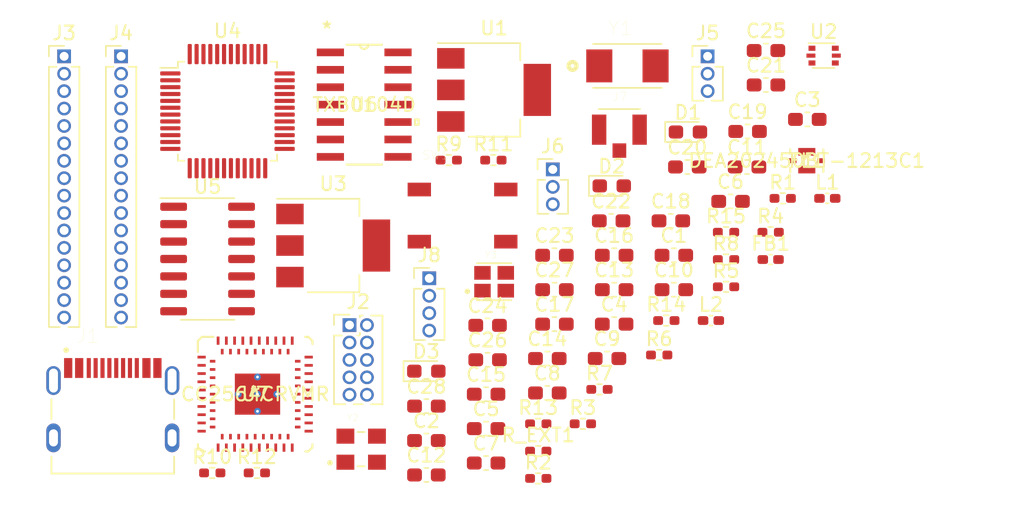
<source format=kicad_pcb>
(kicad_pcb (version 20171130) (host pcbnew "(5.1.8-0-10_14)")
  (layers (0 F.Cu signal) (31 B.Cu signal) (34 B.Paste user) (35 F.Paste user) (36 B.SilkS user) (37 F.SilkS user) (38 B.Mask user) (39 F.Mask user) (44 Edge.Cuts user))
  (net 0 "")
  (net 1 GND)
  (net 2 VDD_3V3)
  (net 3 VDD_1V8)
  (net 4 "Net-(C18-Pad2)")
  (net 5 "Net-(D2-Pad2)")
  (net 6 "Net-(D3-Pad2)")
  (net 7 VCC_USB)
  (net 8 "Net-(J1-PadB5)")
  (net 9 "Net-(J1-PadA8)")
  (net 10 "Net-(J1-PadB8)")
  (net 11 "Net-(J1-PadA5)")
  (net 12 "Net-(J2-Pad10)")
  (net 13 "Net-(J2-Pad8)")
  (net 14 "Net-(J2-Pad7)")
  (net 15 TRACESWO)
  (net 16 SWCLK)
  (net 17 SWDIO)
  (net 18 BOOT1)
  (net 19 BOOT0)
  (net 20 PB15)
  (net 21 PB14)
  (net 22 PB13)
  (net 23 PB12)
  (net 24 PB11)
  (net 25 PB10)
  (net 26 PB9)
  (net 27 PB8)
  (net 28 PB7)
  (net 29 PB6)
  (net 30 PB5)
  (net 31 PB4)
  (net 32 PB1)
  (net 33 PA15)
  (net 34 PA10)
  (net 35 PA9)
  (net 36 PA8)
  (net 37 PA7)
  (net 38 PA6)
  (net 39 PA5)
  (net 40 PA4)
  (net 41 USART2_RX)
  (net 42 USART2_TX)
  (net 43 USART2_RTS)
  (net 44 USART2_CTS)
  (net 45 SWD_NRST)
  (net 46 "Net-(R_EXT1-Pad1)")
  (net 47 USART2_RX_1V8)
  (net 48 USART2_CTS_1V8)
  (net 49 USART2_RTS_1V8)
  (net 50 USART2_TX_1V8)
  (net 51 "Net-(U5-Pad9)")
  (net 52 "Net-(R11-Pad2)")
  (net 53 "Net-(U5-Pad6)")
  (net 54 VDDA_3V3)
  (net 55 "Net-(C22-Pad2)")
  (net 56 VDD_1V8_32K)
  (net 57 "Net-(C28-Pad2)")
  (net 58 USB_CONN_D+)
  (net 59 USB_CONN_D-)
  (net 60 USB_D+)
  (net 61 USB_D-)
  (net 62 BT_SLOW_CLK)
  (net 63 BT_TX_DBG)
  (net 64 NSHUTDOWN_1V8)
  (net 65 "Net-(R14-Pad2)")
  (net 66 "Net-(AE1-Pad1)")
  (net 67 NSHUTDOWN)
  (net 68 "Net-(C19-Pad2)")
  (net 69 "Net-(C20-Pad1)")
  (net 70 "Net-(C21-Pad1)")
  (net 71 "Net-(C22-Pad1)")
  (net 72 "Net-(D1-Pad2)")
  (net 73 "Net-(J7-Pad1)")
  (net 74 "Net-(R7-Pad2)")
  (net 75 "Net-(R8-Pad2)")
  (net 76 "Net-(R10-Pad1)")
  (net 77 "Net-(R15-Pad2)")
  (net 78 "Net-(U4-Pad4)")
  (net 79 "Net-(U4-Pad3)")
  (net 80 "Net-(U4-Pad2)")
  (net 81 "Net-(U5-Pad12)")
  (net 82 "Net-(U5-Pad11)")
  (net 83 "Net-(U5-Pad10)")
  (net 84 "Net-(U5-Pad5)")
  (net 85 "Net-(U5-Pad4)")
  (net 86 "Net-(U5-Pad3)")
  (net 87 "Net-(U6-Pad9)")
  (net 88 "Net-(U6-Pad6)")
  (net 89 "Net-(U7-PadA2)")
  (net 90 "Net-(U7-PadB34)")
  (net 91 "Net-(U7-PadB33)")
  (net 92 "Net-(U7-PadB32)")
  (net 93 "Net-(U7-PadB31)")
  (net 94 "Net-(U7-PadB30)")
  (net 95 "Net-(U7-PadB29)")
  (net 96 "Net-(U7-PadB28)")
  (net 97 "Net-(U7-PadB23)")
  (net 98 "Net-(U7-PadB20)")
  (net 99 "Net-(U7-PadB17)")
  (net 100 "Net-(U7-PadB16)")
  (net 101 "Net-(U7-PadB14)")
  (net 102 "Net-(U7-PadB13)")
  (net 103 "Net-(U7-PadB12)")
  (net 104 "Net-(U7-PadB10)")
  (net 105 "Net-(U7-PadA5)")
  (net 106 "Net-(U7-PadB5)")
  (net 107 "Net-(U7-PadB1)")
  (net 108 "Net-(U7-PadA40)")
  (net 109 "Net-(U7-PadA39)")
  (net 110 "Net-(U7-PadA37)")
  (net 111 "Net-(U7-PadA36)")
  (net 112 "Net-(U7-PadA35)")
  (net 113 "Net-(U7-PadA31)")
  (net 114 "Net-(U7-PadA30)")
  (net 115 "Net-(U7-PadA27)")
  (net 116 "Net-(U7-PadA23)")
  (net 117 "Net-(U7-PadA22)")
  (net 118 "Net-(U7-PadA21)")
  (net 119 "Net-(U7-PadA20)")
  (net 120 "Net-(U7-PadA19)")
  (net 121 "Net-(U7-PadA18)")
  (net 122 "Net-(U7-PadA16)")
  (net 123 "Net-(U7-PadA15)")
  (net 124 "Net-(U7-PadA14)")
  (net 125 "Net-(U7-PadA13)")
  (net 126 "Net-(U7-PadA12)")
  (net 127 "Net-(U7-PadA8)")
  (net 128 "Net-(U7-PadA7)")
  (net 129 "Net-(U7-PadA1)")
  (module cc2654-board-footprints:XTAL_ECS-160-10-36-JGN-TR (layer F.Cu) (at 135.705 80.73)
    (fp_text reference Y3 (at -0.227143 -1.964728) (layer F.SilkS) (effects (font (size 0.482437 0.482437) (thickness 0.015))))
    (fp_text value " ECS-260-8-36CKM-TR")
    (pad 4 smd rect (at -0.85 -0.65) (size 1.2 1) (layers F.Cu F.Paste F.Mask) (net 1 GND))
    (pad 3 smd rect (at 0.85 -0.65) (size 1.2 1) (layers F.Cu F.Paste F.Mask) (net 57 "Net-(C28-Pad2)"))
    (pad 2 smd rect (at 0.85 0.65) (size 1.2 1) (layers F.Cu F.Paste F.Mask) (net 1 GND))
    (pad 1 smd rect (at -0.85 0.65) (size 1.2 1) (layers F.Cu F.Paste F.Mask) (net 1 GND))
  )
  (module cc2654-board-footprints:OSC_ECS-2333-160-BN-TR (layer F.Cu) (at 126.02 92.94)
    (fp_text reference Y2 (at -0.609668 -2.301325) (layer F.SilkS) (effects (font (size 0.480527 0.480527) (thickness 0.015))))
    (fp_text value ECS-327MVATX-3-CN-TR)
    (pad 4 smd rect (at -1.15 -0.95) (size 1.3 1.1) (layers F.Cu F.Paste F.Mask) (net 56 VDD_1V8_32K))
    (pad 3 smd rect (at 1.15 -0.95) (size 1.3 1.1) (layers F.Cu F.Paste F.Mask) (net 77 "Net-(R15-Pad2)"))
    (pad 2 smd rect (at 1.15 0.95) (size 1.3 1.1) (layers F.Cu F.Paste F.Mask) (net 1 GND))
    (pad 1 smd rect (at -1.15 0.95) (size 1.3 1.1) (layers F.Cu F.Paste F.Mask) (net 65 "Net-(R14-Pad2)"))
  )
  (module cc2654-board-footprints:XTAL_ECS-80-18-30-JGN-TR (layer F.Cu) (at 145.416419 64.99)
    (fp_text reference Y1 (at -0.525705 -2.750995) (layer F.SilkS) (effects (font (size 1.00585 1.00585) (thickness 0.015))))
    (fp_text value ECS-80-18-30-JGN-TR)
    (pad 2 smd rect (at 2.05 0) (size 1.9 2.4) (layers F.Cu F.Paste F.Mask) (net 68 "Net-(C19-Pad2)"))
    (pad 1 smd rect (at -2.05 0) (size 1.9 2.4) (layers F.Cu F.Paste F.Mask) (net 4 "Net-(C18-Pad2)"))
  )
  (module cc2654-board-footprints:CC2564CRVMR (layer F.Cu) (at 118.296201 88.926201)
    (fp_text reference U7 (at 0 0) (layer F.SilkS))
    (fp_text value CC2564CRVMR (at 0 0) (layer F.SilkS))
    (fp_text user * (at 0 0) (layer F.SilkS))
    (pad V thru_hole circle (at 0.17 -1.25) (size 0.499999 0.499999) (drill 0.2032) (layers *.Cu *.Mask))
    (pad V thru_hole circle (at -1.23 0) (size 0.499999 0.499999) (drill 0.2032) (layers *.Cu *.Mask))
    (pad V thru_hole circle (at 0.17 1.25) (size 0.499999 0.499999) (drill 0.2032) (layers *.Cu *.Mask))
    (pad V thru_hole circle (at 0.17 0) (size 0.499999 0.499999) (drill 0.2032) (layers *.Cu *.Mask))
    (pad V thru_hole circle (at 1.569999 0) (size 0.499999 0.499999) (drill 0.2032) (layers *.Cu *.Mask))
    (pad D1 smd rect (at 0.17 0 90) (size 2.999999 3.300001) (layers F.Cu F.Paste F.Mask) (net 1 GND))
    (pad B36 smd rect (at -2.4 -3.099999 90) (size 0.399999 0.2) (layers F.Cu F.Paste F.Mask) (net 89 "Net-(U7-PadA2)"))
    (pad B35 smd rect (at -1.799999 -3.099999 90) (size 0.399999 0.2) (layers F.Cu F.Paste F.Mask) (net 89 "Net-(U7-PadA2)"))
    (pad B34 smd rect (at -1.2 -3.099999 90) (size 0.399999 0.2) (layers F.Cu F.Paste F.Mask) (net 90 "Net-(U7-PadB34)"))
    (pad B33 smd rect (at -0.599999 -3.099999 90) (size 0.399999 0.2) (layers F.Cu F.Paste F.Mask) (net 91 "Net-(U7-PadB33)"))
    (pad B32 smd rect (at 0 -3.099999 90) (size 0.399999 0.2) (layers F.Cu F.Paste F.Mask) (net 92 "Net-(U7-PadB32)"))
    (pad B31 smd rect (at 0.600001 -3.099999 90) (size 0.399999 0.2) (layers F.Cu F.Paste F.Mask) (net 93 "Net-(U7-PadB31)"))
    (pad B30 smd rect (at 1.2 -3.099999 90) (size 0.399999 0.2) (layers F.Cu F.Paste F.Mask) (net 94 "Net-(U7-PadB30)"))
    (pad B29 smd rect (at 1.800001 -3.099999 90) (size 0.399999 0.2) (layers F.Cu F.Paste F.Mask) (net 95 "Net-(U7-PadB29)"))
    (pad B28 smd rect (at 2.4 -3.099999 90) (size 0.399999 0.2) (layers F.Cu F.Paste F.Mask) (net 96 "Net-(U7-PadB28)"))
    (pad B27 smd rect (at 3.099999 -2.4) (size 0.399999 0.2) (layers F.Cu F.Paste F.Mask) (net 89 "Net-(U7-PadA2)"))
    (pad B26 smd rect (at 3.099999 -1.799999) (size 0.399999 0.2) (layers F.Cu F.Paste F.Mask) (net 89 "Net-(U7-PadA2)"))
    (pad B25 smd rect (at 3.099999 -1.2) (size 0.399999 0.2) (layers F.Cu F.Paste F.Mask) (net 3 VDD_1V8))
    (pad B24 smd rect (at 3.099999 -0.599999) (size 0.399999 0.2) (layers F.Cu F.Paste F.Mask) (net 63 BT_TX_DBG))
    (pad B23 smd rect (at 3.099999 0) (size 0.399999 0.2) (layers F.Cu F.Paste F.Mask) (net 97 "Net-(U7-PadB23)"))
    (pad B22 smd rect (at 3.099999 0.600001) (size 0.399999 0.2) (layers F.Cu F.Paste F.Mask) (net 3 VDD_1V8))
    (pad B21 smd rect (at 3.099999 1.2) (size 0.399999 0.2) (layers F.Cu F.Paste F.Mask) (net 3 VDD_1V8))
    (pad B20 smd rect (at 3.099999 1.800001) (size 0.399999 0.2) (layers F.Cu F.Paste F.Mask) (net 98 "Net-(U7-PadB20)"))
    (pad B19 smd rect (at 3.099999 2.4) (size 0.399999 0.2) (layers F.Cu F.Paste F.Mask) (net 3 VDD_1V8))
    (pad B18 smd rect (at 2.4 3.099999 90) (size 0.399999 0.2) (layers F.Cu F.Paste F.Mask) (net 3 VDD_1V8))
    (pad B17 smd rect (at 1.799999 3.099999 90) (size 0.399999 0.2) (layers F.Cu F.Paste F.Mask) (net 99 "Net-(U7-PadB17)"))
    (pad B16 smd rect (at 1.2 3.099999 90) (size 0.399999 0.2) (layers F.Cu F.Paste F.Mask) (net 100 "Net-(U7-PadB16)"))
    (pad B15 smd rect (at 0.599999 3.099999 90) (size 0.399999 0.2) (layers F.Cu F.Paste F.Mask) (net 89 "Net-(U7-PadA2)"))
    (pad B14 smd rect (at 0 3.099999 90) (size 0.399999 0.2) (layers F.Cu F.Paste F.Mask) (net 101 "Net-(U7-PadB14)"))
    (pad B13 smd rect (at -0.600001 3.099999 90) (size 0.399999 0.2) (layers F.Cu F.Paste F.Mask) (net 102 "Net-(U7-PadB13)"))
    (pad B12 smd rect (at -1.2 3.099999 90) (size 0.399999 0.2) (layers F.Cu F.Paste F.Mask) (net 103 "Net-(U7-PadB12)"))
    (pad B11 smd rect (at -1.800001 3.099999 90) (size 0.399999 0.2) (layers F.Cu F.Paste F.Mask) (net 1 GND))
    (pad B10 smd rect (at -2.4 3.099999 90) (size 0.399999 0.2) (layers F.Cu F.Paste F.Mask) (net 104 "Net-(U7-PadB10)"))
    (pad B9 smd rect (at -3.099999 2.4) (size 0.399999 0.2) (layers F.Cu F.Paste F.Mask) (net 1 GND))
    (pad B8 smd rect (at -3.099999 1.799999) (size 0.399999 0.2) (layers F.Cu F.Paste F.Mask) (net 55 "Net-(C22-Pad2)"))
    (pad B7 smd rect (at -3.099999 1.2) (size 0.399999 0.2) (layers F.Cu F.Paste F.Mask) (net 105 "Net-(U7-PadA5)"))
    (pad B6 smd rect (at -3.099999 0.599999) (size 0.399999 0.2) (layers F.Cu F.Paste F.Mask) (net 106 "Net-(U7-PadB5)"))
    (pad B5 smd rect (at -3.099999 0) (size 0.399999 0.2) (layers F.Cu F.Paste F.Mask) (net 106 "Net-(U7-PadB5)"))
    (pad B4 smd rect (at -3.099999 -0.600001) (size 0.399999 0.2) (layers F.Cu F.Paste F.Mask) (net 1 GND))
    (pad B3 smd rect (at -3.099999 -1.2) (size 0.399999 0.2) (layers F.Cu F.Paste F.Mask) (net 1 GND))
    (pad B2 smd rect (at -3.099999 -1.800001) (size 0.399999 0.2) (layers F.Cu F.Paste F.Mask) (net 105 "Net-(U7-PadA5)"))
    (pad B1 smd rect (at -3.099999 -2.4) (size 0.399999 0.2) (layers F.Cu F.Paste F.Mask) (net 107 "Net-(U7-PadB1)"))
    (pad A40 smd rect (at -2.700002 -3.9 90) (size 0.599999 0.2) (layers F.Cu F.Paste F.Mask) (net 108 "Net-(U7-PadA40)"))
    (pad A39 smd rect (at -2.100001 -3.9 90) (size 0.599999 0.2) (layers F.Cu F.Paste F.Mask) (net 109 "Net-(U7-PadA39)"))
    (pad A38 smd rect (at -1.500002 -3.9 90) (size 0.599999 0.2) (layers F.Cu F.Paste F.Mask) (net 3 VDD_1V8))
    (pad A37 smd rect (at -0.900001 -3.9 90) (size 0.599999 0.2) (layers F.Cu F.Paste F.Mask) (net 110 "Net-(U7-PadA37)"))
    (pad A36 smd rect (at -0.300002 -3.9 90) (size 0.599999 0.2) (layers F.Cu F.Paste F.Mask) (net 111 "Net-(U7-PadA36)"))
    (pad A35 smd rect (at 0.299999 -3.9 90) (size 0.599999 0.2) (layers F.Cu F.Paste F.Mask) (net 112 "Net-(U7-PadA35)"))
    (pad A34 smd rect (at 0.899998 -3.9 90) (size 0.599999 0.2) (layers F.Cu F.Paste F.Mask) (net 3 VDD_1V8))
    (pad A33 smd rect (at 1.5 -3.9 90) (size 0.599999 0.2) (layers F.Cu F.Paste F.Mask) (net 47 USART2_RX_1V8))
    (pad A32 smd rect (at 2.099998 -3.9 90) (size 0.599999 0.2) (layers F.Cu F.Paste F.Mask) (net 48 USART2_CTS_1V8))
    (pad A31 smd rect (at 2.7 -3.9 90) (size 0.599999 0.2) (layers F.Cu F.Paste F.Mask) (net 113 "Net-(U7-PadA31)"))
    (pad A30 smd rect (at 3.9 -2.700002) (size 0.599999 0.2) (layers F.Cu F.Paste F.Mask) (net 114 "Net-(U7-PadA30)"))
    (pad A29 smd rect (at 3.9 -2.100001) (size 0.599999 0.2) (layers F.Cu F.Paste F.Mask) (net 49 USART2_RTS_1V8))
    (pad A28 smd rect (at 3.9 -1.500002) (size 0.599999 0.2) (layers F.Cu F.Paste F.Mask) (net 1 GND))
    (pad A27 smd rect (at 3.9 -0.900001) (size 0.599999 0.2) (layers F.Cu F.Paste F.Mask) (net 115 "Net-(U7-PadA27)"))
    (pad A26 smd rect (at 3.9 -0.300002) (size 0.599999 0.2) (layers F.Cu F.Paste F.Mask) (net 50 USART2_TX_1V8))
    (pad A25 smd rect (at 3.9 0.299999) (size 0.599999 0.2) (layers F.Cu F.Paste F.Mask) (net 62 BT_SLOW_CLK))
    (pad A24 smd rect (at 3.9 0.899998) (size 0.599999 0.2) (layers F.Cu F.Paste F.Mask) (net 1 GND))
    (pad A23 smd rect (at 3.9 1.5) (size 0.599999 0.2) (layers F.Cu F.Paste F.Mask) (net 116 "Net-(U7-PadA23)"))
    (pad A22 smd rect (at 3.9 2.099998) (size 0.599999 0.2) (layers F.Cu F.Paste F.Mask) (net 117 "Net-(U7-PadA22)"))
    (pad A21 smd rect (at 3.9 2.7) (size 0.599999 0.2) (layers F.Cu F.Paste F.Mask) (net 118 "Net-(U7-PadA21)"))
    (pad A20 smd rect (at 2.7 3.9 90) (size 0.599999 0.2) (layers F.Cu F.Paste F.Mask) (net 119 "Net-(U7-PadA20)"))
    (pad A19 smd rect (at 2.099998 3.9 90) (size 0.599999 0.2) (layers F.Cu F.Paste F.Mask) (net 120 "Net-(U7-PadA19)"))
    (pad A18 smd rect (at 1.5 3.9 90) (size 0.599999 0.2) (layers F.Cu F.Paste F.Mask) (net 121 "Net-(U7-PadA18)"))
    (pad A17 smd rect (at 0.899998 3.9 90) (size 0.599999 0.2) (layers F.Cu F.Paste F.Mask) (net 3 VDD_1V8))
    (pad A16 smd rect (at 0.299999 3.9 90) (size 0.599999 0.2) (layers F.Cu F.Paste F.Mask) (net 122 "Net-(U7-PadA16)"))
    (pad A15 smd rect (at -0.300002 3.9 90) (size 0.599999 0.2) (layers F.Cu F.Paste F.Mask) (net 123 "Net-(U7-PadA15)"))
    (pad A14 smd rect (at -0.900001 3.9 90) (size 0.599999 0.2) (layers F.Cu F.Paste F.Mask) (net 124 "Net-(U7-PadA14)"))
    (pad A13 smd rect (at -1.500002 3.9 90) (size 0.599999 0.2) (layers F.Cu F.Paste F.Mask) (net 125 "Net-(U7-PadA13)"))
    (pad A12 smd rect (at -2.100001 3.9 90) (size 0.599999 0.2) (layers F.Cu F.Paste F.Mask) (net 126 "Net-(U7-PadA12)"))
    (pad A11 smd rect (at -2.700002 3.9 90) (size 0.599999 0.2) (layers F.Cu F.Paste F.Mask) (net 1 GND))
    (pad A10 smd rect (at -3.9 2.7) (size 0.599999 0.2) (layers F.Cu F.Paste F.Mask) (net 1 GND))
    (pad A9 smd rect (at -3.9 2.100001) (size 0.599999 0.2) (layers F.Cu F.Paste F.Mask) (net 105 "Net-(U7-PadA5)"))
    (pad A8 smd rect (at -3.9 1.5) (size 0.599999 0.2) (layers F.Cu F.Paste F.Mask) (net 127 "Net-(U7-PadA8)"))
    (pad A7 smd rect (at -3.9 0.900001) (size 0.599999 0.2) (layers F.Cu F.Paste F.Mask) (net 128 "Net-(U7-PadA7)"))
    (pad A6 smd rect (at -3.9 0.299999) (size 0.599999 0.2) (layers F.Cu F.Paste F.Mask) (net 64 NSHUTDOWN_1V8))
    (pad A5 smd rect (at -3.9 -0.299999) (size 0.599999 0.2) (layers F.Cu F.Paste F.Mask) (net 105 "Net-(U7-PadA5)"))
    (pad A4 smd rect (at -3.9 -0.900001) (size 0.599999 0.2) (layers F.Cu F.Paste F.Mask) (net 57 "Net-(C28-Pad2)"))
    (pad A3 smd rect (at -3.9 -1.5) (size 0.599999 0.2) (layers F.Cu F.Paste F.Mask) (net 89 "Net-(U7-PadA2)"))
    (pad A2 smd rect (at -3.9 -2.100001) (size 0.599999 0.2) (layers F.Cu F.Paste F.Mask) (net 89 "Net-(U7-PadA2)"))
    (pad A1 smd rect (at -3.9 -2.7) (size 0.599999 0.2) (layers F.Cu F.Paste F.Mask) (net 129 "Net-(U7-PadA1)"))
  )
  (module cc2654-board-footprints:TXB0104D (layer F.Cu) (at 126.2396 67.814)
    (fp_text reference U6 (at 0 0) (layer F.SilkS))
    (fp_text value TXB0104D (at 0 0) (layer F.SilkS))
    (fp_text user * (at -2.7178 -5.5118) (layer F.SilkS))
    (fp_text user * (at -2.7178 -5.5118) (layer F.SilkS))
    (pad 14 smd rect (at 2.4638 -3.81) (size 1.9812 0.5588) (layers F.Cu F.Paste F.Mask) (net 3 VDD_1V8))
    (pad 13 smd rect (at 2.4638 -2.54) (size 1.9812 0.5588) (layers F.Cu F.Paste F.Mask) (net 48 USART2_CTS_1V8))
    (pad 12 smd rect (at 2.4638 -1.27) (size 1.9812 0.5588) (layers F.Cu F.Paste F.Mask) (net 49 USART2_RTS_1V8))
    (pad 11 smd rect (at 2.4638 0) (size 1.9812 0.5588) (layers F.Cu F.Paste F.Mask) (net 50 USART2_TX_1V8))
    (pad 10 smd rect (at 2.4638 1.27) (size 1.9812 0.5588) (layers F.Cu F.Paste F.Mask) (net 47 USART2_RX_1V8))
    (pad 9 smd rect (at 2.4638 2.54) (size 1.9812 0.5588) (layers F.Cu F.Paste F.Mask) (net 87 "Net-(U6-Pad9)"))
    (pad 8 smd rect (at 2.4638 3.81) (size 1.9812 0.5588) (layers F.Cu F.Paste F.Mask) (net 75 "Net-(R8-Pad2)"))
    (pad 7 smd rect (at -2.4638 3.81) (size 1.9812 0.5588) (layers F.Cu F.Paste F.Mask) (net 1 GND))
    (pad 6 smd rect (at -2.4638 2.54) (size 1.9812 0.5588) (layers F.Cu F.Paste F.Mask) (net 88 "Net-(U6-Pad6)"))
    (pad 5 smd rect (at -2.4638 1.27) (size 1.9812 0.5588) (layers F.Cu F.Paste F.Mask) (net 41 USART2_RX))
    (pad 4 smd rect (at -2.4638 0) (size 1.9812 0.5588) (layers F.Cu F.Paste F.Mask) (net 42 USART2_TX))
    (pad 3 smd rect (at -2.4638 -1.27) (size 1.9812 0.5588) (layers F.Cu F.Paste F.Mask) (net 43 USART2_RTS))
    (pad 2 smd rect (at -2.4638 -2.54) (size 1.9812 0.5588) (layers F.Cu F.Paste F.Mask) (net 44 USART2_CTS))
    (pad 1 smd rect (at -2.4638 -3.81) (size 1.9812 0.5588) (layers F.Cu F.Paste F.Mask) (net 2 VDD_3V3))
  )
  (module Package_SO:SOIC-14_3.9x8.7mm_P1.27mm (layer F.Cu) (at 114.83 79.07)
    (fp_text reference U5 (at 0 -5.28) (layer F.SilkS))
    (fp_text value TXB0104D)
    (pad 14 smd roundrect (at 2.475 -3.81) (size 1.95 0.6) (layers F.Cu F.Paste F.Mask) (net 3 VDD_1V8))
    (pad 13 smd roundrect (at 2.475 -2.54) (size 1.95 0.6) (layers F.Cu F.Paste F.Mask) (net 64 NSHUTDOWN_1V8))
    (pad 12 smd roundrect (at 2.475 -1.27) (size 1.95 0.6) (layers F.Cu F.Paste F.Mask) (net 81 "Net-(U5-Pad12)"))
    (pad 11 smd roundrect (at 2.475 0) (size 1.95 0.6) (layers F.Cu F.Paste F.Mask) (net 82 "Net-(U5-Pad11)"))
    (pad 10 smd roundrect (at 2.475 1.27) (size 1.95 0.6) (layers F.Cu F.Paste F.Mask) (net 83 "Net-(U5-Pad10)"))
    (pad 9 smd roundrect (at 2.475 2.54) (size 1.95 0.6) (layers F.Cu F.Paste F.Mask) (net 51 "Net-(U5-Pad9)"))
    (pad 8 smd roundrect (at 2.475 3.81) (size 1.95 0.6) (layers F.Cu F.Paste F.Mask) (net 74 "Net-(R7-Pad2)"))
    (pad 7 smd roundrect (at -2.475 3.81) (size 1.95 0.6) (layers F.Cu F.Paste F.Mask) (net 1 GND))
    (pad 6 smd roundrect (at -2.475 2.54) (size 1.95 0.6) (layers F.Cu F.Paste F.Mask) (net 53 "Net-(U5-Pad6)"))
    (pad 5 smd roundrect (at -2.475 1.27) (size 1.95 0.6) (layers F.Cu F.Paste F.Mask) (net 84 "Net-(U5-Pad5)"))
    (pad 4 smd roundrect (at -2.475 0) (size 1.95 0.6) (layers F.Cu F.Paste F.Mask) (net 85 "Net-(U5-Pad4)"))
    (pad 3 smd roundrect (at -2.475 -1.27) (size 1.95 0.6) (layers F.Cu F.Paste F.Mask) (net 86 "Net-(U5-Pad3)"))
    (pad 2 smd roundrect (at -2.475 -2.54) (size 1.95 0.6) (layers F.Cu F.Paste F.Mask) (net 67 NSHUTDOWN))
    (pad 1 smd roundrect (at -2.475 -3.81) (size 1.95 0.6) (layers F.Cu F.Paste F.Mask) (net 2 VDD_3V3))
  )
  (module Package_QFP:LQFP-48_7x7mm_P0.5mm (layer F.Cu) (at 116.28 68.29)
    (fp_text reference U4 (at 0 -5.85) (layer F.SilkS))
    (fp_text value STM32F103C8Tx)
    (pad 48 smd roundrect (at -2.75 -4.1625) (size 0.3 1.475) (layers F.Cu F.Paste F.Mask) (net 2 VDD_3V3))
    (pad 47 smd roundrect (at -2.25 -4.1625) (size 0.3 1.475) (layers F.Cu F.Paste F.Mask) (net 1 GND))
    (pad 46 smd roundrect (at -1.75 -4.1625) (size 0.3 1.475) (layers F.Cu F.Paste F.Mask) (net 26 PB9))
    (pad 45 smd roundrect (at -1.25 -4.1625) (size 0.3 1.475) (layers F.Cu F.Paste F.Mask) (net 27 PB8))
    (pad 44 smd roundrect (at -0.75 -4.1625) (size 0.3 1.475) (layers F.Cu F.Paste F.Mask) (net 19 BOOT0))
    (pad 43 smd roundrect (at -0.25 -4.1625) (size 0.3 1.475) (layers F.Cu F.Paste F.Mask) (net 28 PB7))
    (pad 42 smd roundrect (at 0.25 -4.1625) (size 0.3 1.475) (layers F.Cu F.Paste F.Mask) (net 29 PB6))
    (pad 41 smd roundrect (at 0.75 -4.1625) (size 0.3 1.475) (layers F.Cu F.Paste F.Mask) (net 30 PB5))
    (pad 40 smd roundrect (at 1.25 -4.1625) (size 0.3 1.475) (layers F.Cu F.Paste F.Mask) (net 31 PB4))
    (pad 39 smd roundrect (at 1.75 -4.1625) (size 0.3 1.475) (layers F.Cu F.Paste F.Mask) (net 15 TRACESWO))
    (pad 38 smd roundrect (at 2.25 -4.1625) (size 0.3 1.475) (layers F.Cu F.Paste F.Mask) (net 33 PA15))
    (pad 37 smd roundrect (at 2.75 -4.1625) (size 0.3 1.475) (layers F.Cu F.Paste F.Mask) (net 16 SWCLK))
    (pad 36 smd roundrect (at 4.1625 -2.75) (size 1.475 0.3) (layers F.Cu F.Paste F.Mask) (net 2 VDD_3V3))
    (pad 35 smd roundrect (at 4.1625 -2.25) (size 1.475 0.3) (layers F.Cu F.Paste F.Mask) (net 1 GND))
    (pad 34 smd roundrect (at 4.1625 -1.75) (size 1.475 0.3) (layers F.Cu F.Paste F.Mask) (net 17 SWDIO))
    (pad 33 smd roundrect (at 4.1625 -1.25) (size 1.475 0.3) (layers F.Cu F.Paste F.Mask) (net 52 "Net-(R11-Pad2)"))
    (pad 32 smd roundrect (at 4.1625 -0.75) (size 1.475 0.3) (layers F.Cu F.Paste F.Mask) (net 76 "Net-(R10-Pad1)"))
    (pad 31 smd roundrect (at 4.1625 -0.25) (size 1.475 0.3) (layers F.Cu F.Paste F.Mask) (net 34 PA10))
    (pad 30 smd roundrect (at 4.1625 0.25) (size 1.475 0.3) (layers F.Cu F.Paste F.Mask) (net 35 PA9))
    (pad 29 smd roundrect (at 4.1625 0.75) (size 1.475 0.3) (layers F.Cu F.Paste F.Mask) (net 36 PA8))
    (pad 28 smd roundrect (at 4.1625 1.25) (size 1.475 0.3) (layers F.Cu F.Paste F.Mask) (net 20 PB15))
    (pad 27 smd roundrect (at 4.1625 1.75) (size 1.475 0.3) (layers F.Cu F.Paste F.Mask) (net 21 PB14))
    (pad 26 smd roundrect (at 4.1625 2.25) (size 1.475 0.3) (layers F.Cu F.Paste F.Mask) (net 22 PB13))
    (pad 25 smd roundrect (at 4.1625 2.75) (size 1.475 0.3) (layers F.Cu F.Paste F.Mask) (net 23 PB12))
    (pad 24 smd roundrect (at 2.75 4.1625) (size 0.3 1.475) (layers F.Cu F.Paste F.Mask) (net 2 VDD_3V3))
    (pad 23 smd roundrect (at 2.25 4.1625) (size 0.3 1.475) (layers F.Cu F.Paste F.Mask) (net 1 GND))
    (pad 22 smd roundrect (at 1.75 4.1625) (size 0.3 1.475) (layers F.Cu F.Paste F.Mask) (net 24 PB11))
    (pad 21 smd roundrect (at 1.25 4.1625) (size 0.3 1.475) (layers F.Cu F.Paste F.Mask) (net 25 PB10))
    (pad 20 smd roundrect (at 0.75 4.1625) (size 0.3 1.475) (layers F.Cu F.Paste F.Mask) (net 18 BOOT1))
    (pad 19 smd roundrect (at 0.25 4.1625) (size 0.3 1.475) (layers F.Cu F.Paste F.Mask) (net 32 PB1))
    (pad 18 smd roundrect (at -0.25 4.1625) (size 0.3 1.475) (layers F.Cu F.Paste F.Mask) (net 67 NSHUTDOWN))
    (pad 17 smd roundrect (at -0.75 4.1625) (size 0.3 1.475) (layers F.Cu F.Paste F.Mask) (net 37 PA7))
    (pad 16 smd roundrect (at -1.25 4.1625) (size 0.3 1.475) (layers F.Cu F.Paste F.Mask) (net 38 PA6))
    (pad 15 smd roundrect (at -1.75 4.1625) (size 0.3 1.475) (layers F.Cu F.Paste F.Mask) (net 39 PA5))
    (pad 14 smd roundrect (at -2.25 4.1625) (size 0.3 1.475) (layers F.Cu F.Paste F.Mask) (net 40 PA4))
    (pad 13 smd roundrect (at -2.75 4.1625) (size 0.3 1.475) (layers F.Cu F.Paste F.Mask) (net 41 USART2_RX))
    (pad 12 smd roundrect (at -4.1625 2.75) (size 1.475 0.3) (layers F.Cu F.Paste F.Mask) (net 42 USART2_TX))
    (pad 11 smd roundrect (at -4.1625 2.25) (size 1.475 0.3) (layers F.Cu F.Paste F.Mask) (net 43 USART2_RTS))
    (pad 10 smd roundrect (at -4.1625 1.75) (size 1.475 0.3) (layers F.Cu F.Paste F.Mask) (net 44 USART2_CTS))
    (pad 9 smd roundrect (at -4.1625 1.25) (size 1.475 0.3) (layers F.Cu F.Paste F.Mask) (net 54 VDDA_3V3))
    (pad 8 smd roundrect (at -4.1625 0.75) (size 1.475 0.3) (layers F.Cu F.Paste F.Mask) (net 1 GND))
    (pad 7 smd roundrect (at -4.1625 0.25) (size 1.475 0.3) (layers F.Cu F.Paste F.Mask) (net 45 SWD_NRST))
    (pad 6 smd roundrect (at -4.1625 -0.25) (size 1.475 0.3) (layers F.Cu F.Paste F.Mask) (net 46 "Net-(R_EXT1-Pad1)"))
    (pad 5 smd roundrect (at -4.1625 -0.75) (size 1.475 0.3) (layers F.Cu F.Paste F.Mask) (net 4 "Net-(C18-Pad2)"))
    (pad 4 smd roundrect (at -4.1625 -1.25) (size 1.475 0.3) (layers F.Cu F.Paste F.Mask) (net 78 "Net-(U4-Pad4)"))
    (pad 3 smd roundrect (at -4.1625 -1.75) (size 1.475 0.3) (layers F.Cu F.Paste F.Mask) (net 79 "Net-(U4-Pad3)"))
    (pad 2 smd roundrect (at -4.1625 -2.25) (size 1.475 0.3) (layers F.Cu F.Paste F.Mask) (net 80 "Net-(U4-Pad2)"))
    (pad 1 smd roundrect (at -4.1625 -2.75) (size 1.475 0.3) (layers F.Cu F.Paste F.Mask) (net 2 VDD_3V3))
  )
  (module Package_TO_SOT_SMD:SOT-223-3_TabPin2 (layer F.Cu) (at 123.98 78.09)
    (fp_text reference U3 (at 0 -4.5) (layer F.SilkS))
    (fp_text value LD1117#18)
    (pad 1 smd rect (at -3.15 -2.3) (size 2 1.5) (layers F.Cu F.Paste F.Mask) (net 1 GND))
    (pad 3 smd rect (at -3.15 2.3) (size 2 1.5) (layers F.Cu F.Paste F.Mask) (net 7 VCC_USB))
    (pad 2 smd rect (at -3.15 0) (size 2 1.5) (layers F.Cu F.Paste F.Mask) (net 3 VDD_1V8))
    (pad 2 smd rect (at 3.15 0) (size 2 3.8) (layers F.Cu F.Paste F.Mask) (net 3 VDD_1V8))
  )
  (module Package_TO_SOT_SMD:SOT-666 (layer F.Cu) (at 159.71 64.24)
    (fp_text reference U2 (at 0 -1.75) (layer F.SilkS))
    (fp_text value USBLC6-2P6)
    (pad 6 smd rect (at 0.85 -0.5375) (size 0.5 0.375) (layers F.Cu F.Paste F.Mask) (net 59 USB_CONN_D-))
    (pad 4 smd rect (at 0.85 0.5375) (size 0.5 0.375) (layers F.Cu F.Paste F.Mask) (net 58 USB_CONN_D+))
    (pad 2 smd rect (at -0.925 0) (size 0.65 0.3) (layers F.Cu F.Paste F.Mask) (net 1 GND))
    (pad 5 smd rect (at 0.925 0) (size 0.65 0.3) (layers F.Cu F.Paste F.Mask) (net 7 VCC_USB))
    (pad 3 smd rect (at -0.85 0.5375) (size 0.5 0.375) (layers F.Cu F.Paste F.Mask) (net 60 USB_D+))
    (pad 1 smd rect (at -0.85 -0.5375) (size 0.5 0.375) (layers F.Cu F.Paste F.Mask) (net 61 USB_D-))
  )
  (module Package_TO_SOT_SMD:SOT-223-3_TabPin2 (layer F.Cu) (at 135.7 66.74)
    (fp_text reference U1 (at 0 -4.5) (layer F.SilkS))
    (fp_text value LD1117#33)
    (pad 1 smd rect (at -3.15 -2.3) (size 2 1.5) (layers F.Cu F.Paste F.Mask) (net 1 GND))
    (pad 3 smd rect (at -3.15 2.3) (size 2 1.5) (layers F.Cu F.Paste F.Mask) (net 7 VCC_USB))
    (pad 2 smd rect (at -3.15 0) (size 2 1.5) (layers F.Cu F.Paste F.Mask) (net 2 VDD_3V3))
    (pad 2 smd rect (at 3.15 0) (size 2 3.8) (layers F.Cu F.Paste F.Mask) (net 2 VDD_3V3))
  )
  (module cc2654-board-footprints:TL3342F160QG_TR (layer F.Cu) (at 133.404999 75.904999)
    (fp_text reference SW1 (at -1.970408 -4.411787) (layer F.SilkS) (effects (font (size 0.640782 0.640782) (thickness 0.015))))
    (fp_text value SW_Push)
    (pad 2 smd rect (at 3.15 1.9) (size 1.7 1) (layers F.Cu F.Paste F.Mask) (net 45 SWD_NRST))
    (pad 4 smd rect (at 3.15 -1.9) (size 1.7 1) (layers F.Cu F.Paste F.Mask))
    (pad 1 smd rect (at -3.15 1.9) (size 1.7 1) (layers F.Cu F.Paste F.Mask) (net 1 GND))
    (pad 3 smd rect (at -3.15 -1.9) (size 1.7 1) (layers F.Cu F.Paste F.Mask))
  )
  (module Resistor_SMD:R_0402_1005Metric_Pad0.72x0.64mm_HandSolder (layer F.Cu) (at 138.92 93.08)
    (fp_text reference R_EXT1 (at 0 -1.17) (layer F.SilkS))
    (fp_text value 0)
    (pad 2 smd roundrect (at 0.5975 0) (size 0.715 0.64) (layers F.Cu F.Paste F.Mask) (net 68 "Net-(C19-Pad2)"))
    (pad 1 smd roundrect (at -0.5975 0) (size 0.715 0.64) (layers F.Cu F.Paste F.Mask) (net 46 "Net-(R_EXT1-Pad1)"))
  )
  (module Resistor_SMD:R_0402_1005Metric_Pad0.72x0.64mm_HandSolder (layer F.Cu) (at 152.6 77.12)
    (fp_text reference R15 (at 0 -1.17) (layer F.SilkS))
    (fp_text value 0)
    (pad 2 smd roundrect (at 0.5975 0) (size 0.715 0.64) (layers F.Cu F.Paste F.Mask) (net 77 "Net-(R15-Pad2)"))
    (pad 1 smd roundrect (at -0.5975 0) (size 0.715 0.64) (layers F.Cu F.Paste F.Mask) (net 62 BT_SLOW_CLK))
  )
  (module Resistor_SMD:R_0402_1005Metric_Pad0.72x0.64mm_HandSolder (layer F.Cu) (at 148.25 83.56)
    (fp_text reference R14 (at 0 -1.17) (layer F.SilkS))
    (fp_text value 10k)
    (pad 2 smd roundrect (at 0.5975 0) (size 0.715 0.64) (layers F.Cu F.Paste F.Mask) (net 65 "Net-(R14-Pad2)"))
    (pad 1 smd roundrect (at -0.5975 0) (size 0.715 0.64) (layers F.Cu F.Paste F.Mask) (net 56 VDD_1V8_32K))
  )
  (module Resistor_SMD:R_0402_1005Metric_Pad0.72x0.64mm_HandSolder (layer F.Cu) (at 138.92 91.09)
    (fp_text reference R13 (at 0 -1.17) (layer F.SilkS))
    (fp_text value 0)
    (pad 2 smd roundrect (at 0.5975 0) (size 0.715 0.64) (layers F.Cu F.Paste F.Mask) (net 70 "Net-(C21-Pad1)"))
    (pad 1 smd roundrect (at -0.5975 0) (size 0.715 0.64) (layers F.Cu F.Paste F.Mask) (net 73 "Net-(J7-Pad1)"))
  )
  (module Resistor_SMD:R_0402_1005Metric_Pad0.72x0.64mm_HandSolder (layer F.Cu) (at 118.42 94.67)
    (fp_text reference R12 (at 0 -1.17) (layer F.SilkS))
    (fp_text value 0)
    (pad 2 smd roundrect (at 0.5975 0) (size 0.715 0.64) (layers F.Cu F.Paste F.Mask) (net 70 "Net-(C21-Pad1)"))
    (pad 1 smd roundrect (at -0.5975 0) (size 0.715 0.64) (layers F.Cu F.Paste F.Mask) (net 66 "Net-(AE1-Pad1)"))
  )
  (module Resistor_SMD:R_0402_1005Metric_Pad0.72x0.64mm_HandSolder (layer F.Cu) (at 135.65 71.86)
    (fp_text reference R11 (at 0 -1.17) (layer F.SilkS))
    (fp_text value 0)
    (pad 2 smd roundrect (at 0.5975 0) (size 0.715 0.64) (layers F.Cu F.Paste F.Mask) (net 52 "Net-(R11-Pad2)"))
    (pad 1 smd roundrect (at -0.5975 0) (size 0.715 0.64) (layers F.Cu F.Paste F.Mask) (net 60 USB_D+))
  )
  (module Resistor_SMD:R_0402_1005Metric_Pad0.72x0.64mm_HandSolder (layer F.Cu) (at 115.17 94.67)
    (fp_text reference R10 (at 0 -1.17) (layer F.SilkS))
    (fp_text value 0)
    (pad 2 smd roundrect (at 0.5975 0) (size 0.715 0.64) (layers F.Cu F.Paste F.Mask) (net 61 USB_D-))
    (pad 1 smd roundrect (at -0.5975 0) (size 0.715 0.64) (layers F.Cu F.Paste F.Mask) (net 76 "Net-(R10-Pad1)"))
  )
  (module Resistor_SMD:R_0402_1005Metric_Pad0.72x0.64mm_HandSolder (layer F.Cu) (at 132.4 71.86)
    (fp_text reference R9 (at 0 -1.17) (layer F.SilkS))
    (fp_text value 1.5k)
    (pad 2 smd roundrect (at 0.5975 0) (size 0.715 0.64) (layers F.Cu F.Paste F.Mask) (net 60 USB_D+))
    (pad 1 smd roundrect (at -0.5975 0) (size 0.715 0.64) (layers F.Cu F.Paste F.Mask) (net 2 VDD_3V3))
  )
  (module Resistor_SMD:R_0402_1005Metric_Pad0.72x0.64mm_HandSolder (layer F.Cu) (at 152.6 79.11)
    (fp_text reference R8 (at 0 -1.17) (layer F.SilkS))
    (fp_text value 10k)
    (pad 2 smd roundrect (at 0.5975 0) (size 0.715 0.64) (layers F.Cu F.Paste F.Mask) (net 75 "Net-(R8-Pad2)"))
    (pad 1 smd roundrect (at -0.5975 0) (size 0.715 0.64) (layers F.Cu F.Paste F.Mask) (net 2 VDD_3V3))
  )
  (module Resistor_SMD:R_0402_1005Metric_Pad0.72x0.64mm_HandSolder (layer F.Cu) (at 143.38 88.58)
    (fp_text reference R7 (at 0 -1.17) (layer F.SilkS))
    (fp_text value 10k)
    (pad 2 smd roundrect (at 0.5975 0) (size 0.715 0.64) (layers F.Cu F.Paste F.Mask) (net 74 "Net-(R7-Pad2)"))
    (pad 1 smd roundrect (at -0.5975 0) (size 0.715 0.64) (layers F.Cu F.Paste F.Mask) (net 2 VDD_3V3))
  )
  (module Resistor_SMD:R_0402_1005Metric_Pad0.72x0.64mm_HandSolder (layer F.Cu) (at 147.73 86.07)
    (fp_text reference R6 (at 0 -1.17) (layer F.SilkS))
    (fp_text value 4)
    (pad 2 smd roundrect (at 0.5975 0) (size 0.715 0.64) (layers F.Cu F.Paste F.Mask) (net 6 "Net-(D3-Pad2)"))
    (pad 1 smd roundrect (at -0.5975 0) (size 0.715 0.64) (layers F.Cu F.Paste F.Mask) (net 3 VDD_1V8))
  )
  (module Resistor_SMD:R_0402_1005Metric_Pad0.72x0.64mm_HandSolder (layer F.Cu) (at 152.6 81.1)
    (fp_text reference R5 (at 0 -1.17) (layer F.SilkS))
    (fp_text value 55)
    (pad 2 smd roundrect (at 0.5975 0) (size 0.715 0.64) (layers F.Cu F.Paste F.Mask) (net 5 "Net-(D2-Pad2)"))
    (pad 1 smd roundrect (at -0.5975 0) (size 0.715 0.64) (layers F.Cu F.Paste F.Mask) (net 2 VDD_3V3))
  )
  (module Resistor_SMD:R_0402_1005Metric_Pad0.72x0.64mm_HandSolder (layer F.Cu) (at 155.85 77.12)
    (fp_text reference R4 (at 0 -1.17) (layer F.SilkS))
    (fp_text value 90)
    (pad 2 smd roundrect (at 0.5975 0) (size 0.715 0.64) (layers F.Cu F.Paste F.Mask) (net 72 "Net-(D1-Pad2)"))
    (pad 1 smd roundrect (at -0.5975 0) (size 0.715 0.64) (layers F.Cu F.Paste F.Mask) (net 7 VCC_USB))
  )
  (module Resistor_SMD:R_0402_1005Metric_Pad0.72x0.64mm_HandSolder (layer F.Cu) (at 142.17 91.09)
    (fp_text reference R3 (at 0 -1.17) (layer F.SilkS))
    (fp_text value 5.1k)
    (pad 2 smd roundrect (at 0.5975 0) (size 0.715 0.64) (layers F.Cu F.Paste F.Mask) (net 1 GND))
    (pad 1 smd roundrect (at -0.5975 0) (size 0.715 0.64) (layers F.Cu F.Paste F.Mask) (net 8 "Net-(J1-PadB5)"))
  )
  (module Resistor_SMD:R_0402_1005Metric_Pad0.72x0.64mm_HandSolder (layer F.Cu) (at 138.92 95.07)
    (fp_text reference R2 (at 0 -1.17) (layer F.SilkS))
    (fp_text value 0)
    (pad 2 smd roundrect (at 0.5975 0) (size 0.715 0.64) (layers F.Cu F.Paste F.Mask) (net 12 "Net-(J2-Pad10)"))
    (pad 1 smd roundrect (at -0.5975 0) (size 0.715 0.64) (layers F.Cu F.Paste F.Mask) (net 45 SWD_NRST))
  )
  (module Resistor_SMD:R_0402_1005Metric_Pad0.72x0.64mm_HandSolder (layer F.Cu) (at 156.73 74.65)
    (fp_text reference R1 (at 0 -1.17) (layer F.SilkS))
    (fp_text value 5.1k)
    (pad 2 smd roundrect (at 0.5975 0) (size 0.715 0.64) (layers F.Cu F.Paste F.Mask) (net 1 GND))
    (pad 1 smd roundrect (at -0.5975 0) (size 0.715 0.64) (layers F.Cu F.Paste F.Mask) (net 11 "Net-(J1-PadA5)"))
  )
  (module Inductor_SMD:L_0402_1005Metric_Pad0.77x0.64mm_HandSolder (layer F.Cu) (at 151.5 83.56)
    (fp_text reference L2 (at 0 -1.17) (layer F.SilkS))
    (fp_text value 0ohm)
    (pad 2 smd roundrect (at 0.5725 0) (size 0.765 0.64) (layers F.Cu F.Paste F.Mask) (net 70 "Net-(C21-Pad1)"))
    (pad 1 smd roundrect (at -0.5725 0) (size 0.765 0.64) (layers F.Cu F.Paste F.Mask) (net 69 "Net-(C20-Pad1)"))
  )
  (module Inductor_SMD:L_0402_1005Metric_Pad0.77x0.64mm_HandSolder (layer F.Cu) (at 159.98 74.65)
    (fp_text reference L1 (at 0 -1.17) (layer F.SilkS))
    (fp_text value 27nH)
    (pad 2 smd roundrect (at 0.5725 0) (size 0.765 0.64) (layers F.Cu F.Paste F.Mask) (net 2 VDD_3V3))
    (pad 1 smd roundrect (at -0.5725 0) (size 0.765 0.64) (layers F.Cu F.Paste F.Mask) (net 54 VDDA_3V3))
  )
  (module Connector_PinHeader_1.27mm:PinHeader_1x04_P1.27mm_Vertical (layer F.Cu) (at 130.98 80.48)
    (fp_text reference J8 (at 0 -1.695) (layer F.SilkS))
    (fp_text value Conn_01x04)
    (pad 4 thru_hole oval (at 0 3.81) (size 1 1) (drill 0.65) (layers *.Cu *.Mask) (net 62 BT_SLOW_CLK))
    (pad 3 thru_hole oval (at 0 2.54) (size 1 1) (drill 0.65) (layers *.Cu *.Mask) (net 1 GND))
    (pad 2 thru_hole oval (at 0 1.27) (size 1 1) (drill 0.65) (layers *.Cu *.Mask) (net 63 BT_TX_DBG))
    (pad 1 thru_hole rect (at 0 0) (size 1 1) (drill 0.65) (layers *.Cu *.Mask) (net 64 NSHUTDOWN_1V8))
  )
  (module cc2654-board-footprints:UFL-TE_1909763-1 (layer F.Cu) (at 144.83 69.64)
    (fp_text reference J7 (at 0.032028 -2.40877) (layer F.SilkS) (effects (font (size 0.640629 0.640629) (thickness 0.015))))
    (fp_text value 1909763-1)
    (pad 1 smd rect (at 0 1.525) (size 1 1.05) (layers F.Cu F.Paste F.Mask) (net 73 "Net-(J7-Pad1)"))
    (pad 3 smd rect (at 1.475 0) (size 1.05 2.2) (layers F.Cu F.Paste F.Mask) (net 1 GND))
    (pad 2 smd rect (at -1.475 0) (size 1.05 2.2) (layers F.Cu F.Paste F.Mask) (net 1 GND))
  )
  (module Connector_PinHeader_1.27mm:PinHeader_1x03_P1.27mm_Vertical (layer F.Cu) (at 139.98 72.54)
    (fp_text reference J6 (at 0 -1.695) (layer F.SilkS))
    (fp_text value BOOT0)
    (pad 3 thru_hole oval (at 0 2.54) (size 1 1) (drill 0.65) (layers *.Cu *.Mask) (net 1 GND))
    (pad 2 thru_hole oval (at 0 1.27) (size 1 1) (drill 0.65) (layers *.Cu *.Mask) (net 19 BOOT0))
    (pad 1 thru_hole rect (at 0 0) (size 1 1) (drill 0.65) (layers *.Cu *.Mask) (net 2 VDD_3V3))
  )
  (module Connector_PinHeader_1.27mm:PinHeader_1x03_P1.27mm_Vertical (layer F.Cu) (at 151.26 64.29)
    (fp_text reference J5 (at 0 -1.695) (layer F.SilkS))
    (fp_text value BOOT1)
    (pad 3 thru_hole oval (at 0 2.54) (size 1 1) (drill 0.65) (layers *.Cu *.Mask) (net 1 GND))
    (pad 2 thru_hole oval (at 0 1.27) (size 1 1) (drill 0.65) (layers *.Cu *.Mask) (net 18 BOOT1))
    (pad 1 thru_hole rect (at 0 0) (size 1 1) (drill 0.65) (layers *.Cu *.Mask) (net 2 VDD_3V3))
  )
  (module Connector_PinHeader_1.27mm:PinHeader_1x16_P1.27mm_Vertical (layer F.Cu) (at 108.53 64.29)
    (fp_text reference J4 (at 0 -1.695) (layer F.SilkS))
    (fp_text value Conn_01x16)
    (pad 16 thru_hole oval (at 0 19.05) (size 1 1) (drill 0.65) (layers *.Cu *.Mask) (net 33 PA15))
    (pad 15 thru_hole oval (at 0 17.78) (size 1 1) (drill 0.65) (layers *.Cu *.Mask) (net 16 SWCLK))
    (pad 14 thru_hole oval (at 0 16.51) (size 1 1) (drill 0.65) (layers *.Cu *.Mask) (net 17 SWDIO))
    (pad 13 thru_hole oval (at 0 15.24) (size 1 1) (drill 0.65) (layers *.Cu *.Mask) (net 60 USB_D+))
    (pad 12 thru_hole oval (at 0 13.97) (size 1 1) (drill 0.65) (layers *.Cu *.Mask) (net 61 USB_D-))
    (pad 11 thru_hole oval (at 0 12.7) (size 1 1) (drill 0.65) (layers *.Cu *.Mask) (net 34 PA10))
    (pad 10 thru_hole oval (at 0 11.43) (size 1 1) (drill 0.65) (layers *.Cu *.Mask) (net 35 PA9))
    (pad 9 thru_hole oval (at 0 10.16) (size 1 1) (drill 0.65) (layers *.Cu *.Mask) (net 36 PA8))
    (pad 8 thru_hole oval (at 0 8.89) (size 1 1) (drill 0.65) (layers *.Cu *.Mask) (net 37 PA7))
    (pad 7 thru_hole oval (at 0 7.62) (size 1 1) (drill 0.65) (layers *.Cu *.Mask) (net 38 PA6))
    (pad 6 thru_hole oval (at 0 6.35) (size 1 1) (drill 0.65) (layers *.Cu *.Mask) (net 39 PA5))
    (pad 5 thru_hole oval (at 0 5.08) (size 1 1) (drill 0.65) (layers *.Cu *.Mask) (net 40 PA4))
    (pad 4 thru_hole oval (at 0 3.81) (size 1 1) (drill 0.65) (layers *.Cu *.Mask) (net 41 USART2_RX))
    (pad 3 thru_hole oval (at 0 2.54) (size 1 1) (drill 0.65) (layers *.Cu *.Mask) (net 42 USART2_TX))
    (pad 2 thru_hole oval (at 0 1.27) (size 1 1) (drill 0.65) (layers *.Cu *.Mask) (net 43 USART2_RTS))
    (pad 1 thru_hole rect (at 0 0) (size 1 1) (drill 0.65) (layers *.Cu *.Mask) (net 44 USART2_CTS))
  )
  (module Connector_PinHeader_1.27mm:PinHeader_1x16_P1.27mm_Vertical (layer F.Cu) (at 104.38 64.29)
    (fp_text reference J3 (at 0 -1.695) (layer F.SilkS))
    (fp_text value Conn_01x16)
    (pad 16 thru_hole oval (at 0 19.05) (size 1 1) (drill 0.65) (layers *.Cu *.Mask) (net 20 PB15))
    (pad 15 thru_hole oval (at 0 17.78) (size 1 1) (drill 0.65) (layers *.Cu *.Mask) (net 21 PB14))
    (pad 14 thru_hole oval (at 0 16.51) (size 1 1) (drill 0.65) (layers *.Cu *.Mask) (net 22 PB13))
    (pad 13 thru_hole oval (at 0 15.24) (size 1 1) (drill 0.65) (layers *.Cu *.Mask) (net 23 PB12))
    (pad 12 thru_hole oval (at 0 13.97) (size 1 1) (drill 0.65) (layers *.Cu *.Mask) (net 24 PB11))
    (pad 11 thru_hole oval (at 0 12.7) (size 1 1) (drill 0.65) (layers *.Cu *.Mask) (net 25 PB10))
    (pad 10 thru_hole oval (at 0 11.43) (size 1 1) (drill 0.65) (layers *.Cu *.Mask) (net 26 PB9))
    (pad 9 thru_hole oval (at 0 10.16) (size 1 1) (drill 0.65) (layers *.Cu *.Mask) (net 27 PB8))
    (pad 8 thru_hole oval (at 0 8.89) (size 1 1) (drill 0.65) (layers *.Cu *.Mask) (net 28 PB7))
    (pad 7 thru_hole oval (at 0 7.62) (size 1 1) (drill 0.65) (layers *.Cu *.Mask) (net 29 PB6))
    (pad 6 thru_hole oval (at 0 6.35) (size 1 1) (drill 0.65) (layers *.Cu *.Mask) (net 30 PB5))
    (pad 5 thru_hole oval (at 0 5.08) (size 1 1) (drill 0.65) (layers *.Cu *.Mask) (net 31 PB4))
    (pad 4 thru_hole oval (at 0 3.81) (size 1 1) (drill 0.65) (layers *.Cu *.Mask) (net 15 TRACESWO))
    (pad 3 thru_hole oval (at 0 2.54) (size 1 1) (drill 0.65) (layers *.Cu *.Mask) (net 18 BOOT1))
    (pad 2 thru_hole oval (at 0 1.27) (size 1 1) (drill 0.65) (layers *.Cu *.Mask) (net 32 PB1))
    (pad 1 thru_hole rect (at 0 0) (size 1 1) (drill 0.65) (layers *.Cu *.Mask) (net 67 NSHUTDOWN))
  )
  (module Connector_PinHeader_1.27mm:PinHeader_2x05_P1.27mm_Vertical (layer F.Cu) (at 125.17 83.89)
    (fp_text reference J2 (at 0.635 -1.695) (layer F.SilkS))
    (fp_text value Conn_ARM_JTAG_SWD_10)
    (pad 10 thru_hole oval (at 1.27 5.08) (size 1 1) (drill 0.65) (layers *.Cu *.Mask) (net 12 "Net-(J2-Pad10)"))
    (pad 9 thru_hole oval (at 0 5.08) (size 1 1) (drill 0.65) (layers *.Cu *.Mask) (net 1 GND))
    (pad 8 thru_hole oval (at 1.27 3.81) (size 1 1) (drill 0.65) (layers *.Cu *.Mask) (net 13 "Net-(J2-Pad8)"))
    (pad 7 thru_hole oval (at 0 3.81) (size 1 1) (drill 0.65) (layers *.Cu *.Mask) (net 14 "Net-(J2-Pad7)"))
    (pad 6 thru_hole oval (at 1.27 2.54) (size 1 1) (drill 0.65) (layers *.Cu *.Mask) (net 15 TRACESWO))
    (pad 5 thru_hole oval (at 0 2.54) (size 1 1) (drill 0.65) (layers *.Cu *.Mask) (net 1 GND))
    (pad 4 thru_hole oval (at 1.27 1.27) (size 1 1) (drill 0.65) (layers *.Cu *.Mask) (net 16 SWCLK))
    (pad 3 thru_hole oval (at 0 1.27) (size 1 1) (drill 0.65) (layers *.Cu *.Mask) (net 1 GND))
    (pad 2 thru_hole oval (at 1.27 0) (size 1 1) (drill 0.65) (layers *.Cu *.Mask) (net 17 SWDIO))
    (pad 1 thru_hole rect (at 0 0) (size 1 1) (drill 0.65) (layers *.Cu *.Mask) (net 2 VDD_3V3))
  )
  (module cc2654-board-footprints:HRO_TYPE-C-31-M-12 (layer F.Cu) (at 107.925 92.115)
    (fp_text reference J1 (at -1.825 -7.435) (layer F.SilkS) (effects (font (thickness 0.015))))
    (fp_text value TYPE-C-31-M-12)
    (pad None np_thru_hole circle (at 2.89 -3.65) (size 0.7 0.7) (drill 0.7) (layers *.Cu *.Mask))
    (pad None np_thru_hole circle (at -2.89 -3.65) (size 0.7 0.7) (drill 0.7) (layers *.Cu *.Mask))
    (pad S4 thru_hole oval (at 4.32 0) (size 1.05 2.1) (drill oval 0.65 1.25) (layers *.Cu *.Mask) (net 1 GND))
    (pad S3 thru_hole oval (at -4.32 0) (size 1.05 2.1) (drill oval 0.65 1.25) (layers *.Cu *.Mask) (net 1 GND))
    (pad S2 thru_hole oval (at 4.32 -4.18) (size 1.05 2.1) (drill oval 0.65 1.75) (layers *.Cu *.Mask) (net 1 GND))
    (pad S1 thru_hole oval (at -4.32 -4.18) (size 1.05 2.1) (drill oval 0.65 1.75) (layers *.Cu *.Mask) (net 1 GND))
    (pad B1A12 smd rect (at 3.25 -5.095) (size 0.6 1.45) (layers F.Cu F.Paste F.Mask) (net 1 GND))
    (pad B4A9 smd rect (at 2.45 -5.095) (size 0.6 1.45) (layers F.Cu F.Paste F.Mask) (net 7 VCC_USB))
    (pad B5 smd rect (at 1.75 -5.095) (size 0.3 1.45) (layers F.Cu F.Paste F.Mask) (net 8 "Net-(J1-PadB5)"))
    (pad A8 smd rect (at 1.25 -5.095) (size 0.3 1.45) (layers F.Cu F.Paste F.Mask) (net 9 "Net-(J1-PadA8)"))
    (pad B6 smd rect (at 0.75 -5.095) (size 0.3 1.45) (layers F.Cu F.Paste F.Mask) (net 58 USB_CONN_D+))
    (pad A7 smd rect (at 0.25 -5.095) (size 0.3 1.45) (layers F.Cu F.Paste F.Mask) (net 59 USB_CONN_D-))
    (pad B8 smd rect (at -1.75 -5.095) (size 0.3 1.45) (layers F.Cu F.Paste F.Mask) (net 10 "Net-(J1-PadB8)"))
    (pad A5 smd rect (at -1.25 -5.095) (size 0.3 1.45) (layers F.Cu F.Paste F.Mask) (net 11 "Net-(J1-PadA5)"))
    (pad B7 smd rect (at -0.75 -5.095) (size 0.3 1.45) (layers F.Cu F.Paste F.Mask) (net 59 USB_CONN_D-))
    (pad A6 smd rect (at -0.25 -5.095) (size 0.3 1.45) (layers F.Cu F.Paste F.Mask) (net 58 USB_CONN_D+))
    (pad A4B9 smd rect (at -2.45 -5.095) (size 0.6 1.45) (layers F.Cu F.Paste F.Mask) (net 7 VCC_USB))
    (pad A1B12 smd rect (at -3.25 -5.095) (size 0.6 1.45) (layers F.Cu F.Paste F.Mask) (net 1 GND))
  )
  (module cc2654-board-footprints:DEA202450BT-1213C1 (layer F.Cu) (at 158.4833 71.9023)
    (fp_text reference FL1 (at 0 0) (layer F.SilkS))
    (fp_text value DEA202450BT-1213C1 (at 0 0) (layer F.SilkS))
    (fp_text user * (at 0 0) (layer F.SilkS))
    (pad 2 smd rect (at 0 -0.6477 90) (size 0.5588 1.2446) (layers F.Cu F.Paste F.Mask) (net 1 GND))
    (pad 3 smd rect (at 1.0287 0) (size 0.5588 0.3556) (layers F.Cu F.Paste F.Mask) (net 69 "Net-(C20-Pad1)"))
    (pad 4 smd rect (at 0 0.6477 90) (size 0.5588 1.2446) (layers F.Cu F.Paste F.Mask) (net 1 GND))
    (pad 1 smd rect (at -1.0287 0) (size 0.5588 0.3556) (layers F.Cu F.Paste F.Mask) (net 71 "Net-(C22-Pad1)"))
  )
  (module Inductor_SMD:L_0402_1005Metric_Pad0.77x0.64mm_HandSolder (layer F.Cu) (at 155.85 79.11)
    (fp_text reference FB1 (at 0 -1.17) (layer F.SilkS))
    (fp_text value BK1005HS680-T‎)
    (pad 2 smd roundrect (at 0.5725 0) (size 0.765 0.64) (layers F.Cu F.Paste F.Mask) (net 3 VDD_1V8))
    (pad 1 smd roundrect (at -0.5725 0) (size 0.765 0.64) (layers F.Cu F.Paste F.Mask) (net 56 VDD_1V8_32K))
  )
  (module LED_SMD:LED_0603_1608Metric_Pad1.05x0.95mm_HandSolder (layer F.Cu) (at 130.765 87.25)
    (fp_text reference D3 (at 0 -1.43) (layer F.SilkS))
    (fp_text value LED)
    (pad 2 smd roundrect (at 0.875 0) (size 1.05 0.95) (layers F.Cu F.Paste F.Mask) (net 6 "Net-(D3-Pad2)"))
    (pad 1 smd roundrect (at -0.875 0) (size 1.05 0.95) (layers F.Cu F.Paste F.Mask) (net 1 GND))
  )
  (module LED_SMD:LED_0603_1608Metric_Pad1.05x0.95mm_HandSolder (layer F.Cu) (at 144.275 73.74)
    (fp_text reference D2 (at 0 -1.43) (layer F.SilkS))
    (fp_text value LED)
    (pad 2 smd roundrect (at 0.875 0) (size 1.05 0.95) (layers F.Cu F.Paste F.Mask) (net 5 "Net-(D2-Pad2)"))
    (pad 1 smd roundrect (at -0.875 0) (size 1.05 0.95) (layers F.Cu F.Paste F.Mask) (net 1 GND))
  )
  (module LED_SMD:LED_0603_1608Metric_Pad1.05x0.95mm_HandSolder (layer F.Cu) (at 149.825 69.81)
    (fp_text reference D1 (at 0 -1.43) (layer F.SilkS))
    (fp_text value "GREEN 150060GS75000")
    (pad 2 smd roundrect (at 0.875 0) (size 1.05 0.95) (layers F.Cu F.Paste F.Mask) (net 72 "Net-(D1-Pad2)"))
    (pad 1 smd roundrect (at -0.875 0) (size 1.05 0.95) (layers F.Cu F.Paste F.Mask) (net 1 GND))
  )
  (module Capacitor_SMD:C_0603_1608Metric_Pad1.08x0.95mm_HandSolder (layer F.Cu) (at 130.77 89.8)
    (fp_text reference C28 (at 0 -1.43) (layer F.SilkS))
    (fp_text value "10 pF")
    (pad 2 smd roundrect (at 0.8625 0) (size 1.075 0.95) (layers F.Cu F.Paste F.Mask) (net 57 "Net-(C28-Pad2)"))
    (pad 1 smd roundrect (at -0.8625 0) (size 1.075 0.95) (layers F.Cu F.Paste F.Mask) (net 1 GND))
  )
  (module Capacitor_SMD:C_0603_1608Metric_Pad1.08x0.95mm_HandSolder (layer F.Cu) (at 140.1 81.31)
    (fp_text reference C27 (at 0 -1.43) (layer F.SilkS))
    (fp_text value "10 pF")
    (pad 2 smd roundrect (at 0.8625 0) (size 1.075 0.95) (layers F.Cu F.Paste F.Mask) (net 1 GND))
    (pad 1 smd roundrect (at -0.8625 0) (size 1.075 0.95) (layers F.Cu F.Paste F.Mask) (net 1 GND))
  )
  (module Capacitor_SMD:C_0603_1608Metric_Pad1.08x0.95mm_HandSolder (layer F.Cu) (at 135.23 86.42)
    (fp_text reference C26 (at 0 -1.43) (layer F.SilkS))
    (fp_text value 0.1uF)
    (pad 2 smd roundrect (at 0.8625 0) (size 1.075 0.95) (layers F.Cu F.Paste F.Mask) (net 1 GND))
    (pad 1 smd roundrect (at -0.8625 0) (size 1.075 0.95) (layers F.Cu F.Paste F.Mask) (net 3 VDD_1V8))
  )
  (module Capacitor_SMD:C_0603_1608Metric_Pad1.08x0.95mm_HandSolder (layer F.Cu) (at 155.51 63.87)
    (fp_text reference C25 (at 0 -1.43) (layer F.SilkS))
    (fp_text value 0.1uF)
    (pad 2 smd roundrect (at 0.8625 0) (size 1.075 0.95) (layers F.Cu F.Paste F.Mask) (net 1 GND))
    (pad 1 smd roundrect (at -0.8625 0) (size 1.075 0.95) (layers F.Cu F.Paste F.Mask) (net 3 VDD_1V8))
  )
  (module Capacitor_SMD:C_0603_1608Metric_Pad1.08x0.95mm_HandSolder (layer F.Cu) (at 135.23 83.91)
    (fp_text reference C24 (at 0 -1.43) (layer F.SilkS))
    (fp_text value 0.1uF)
    (pad 2 smd roundrect (at 0.8625 0) (size 1.075 0.95) (layers F.Cu F.Paste F.Mask) (net 1 GND))
    (pad 1 smd roundrect (at -0.8625 0) (size 1.075 0.95) (layers F.Cu F.Paste F.Mask) (net 3 VDD_1V8))
  )
  (module Capacitor_SMD:C_0603_1608Metric_Pad1.08x0.95mm_HandSolder (layer F.Cu) (at 140.1 78.8)
    (fp_text reference C23 (at 0 -1.43) (layer F.SilkS))
    (fp_text value 0.1uF)
    (pad 2 smd roundrect (at 0.8625 0) (size 1.075 0.95) (layers F.Cu F.Paste F.Mask) (net 1 GND))
    (pad 1 smd roundrect (at -0.8625 0) (size 1.075 0.95) (layers F.Cu F.Paste F.Mask) (net 3 VDD_1V8))
  )
  (module Capacitor_SMD:C_0603_1608Metric_Pad1.08x0.95mm_HandSolder (layer F.Cu) (at 144.23 76.29)
    (fp_text reference C22 (at 0 -1.43) (layer F.SilkS))
    (fp_text value 22pF)
    (pad 2 smd roundrect (at 0.8625 0) (size 1.075 0.95) (layers F.Cu F.Paste F.Mask) (net 55 "Net-(C22-Pad2)"))
    (pad 1 smd roundrect (at -0.8625 0) (size 1.075 0.95) (layers F.Cu F.Paste F.Mask) (net 71 "Net-(C22-Pad1)"))
  )
  (module Capacitor_SMD:C_0603_1608Metric_Pad1.08x0.95mm_HandSolder (layer F.Cu) (at 155.51 66.38)
    (fp_text reference C21 (at 0 -1.43) (layer F.SilkS))
    (fp_text value DNP)
    (pad 2 smd roundrect (at 0.8625 0) (size 1.075 0.95) (layers F.Cu F.Paste F.Mask) (net 1 GND))
    (pad 1 smd roundrect (at -0.8625 0) (size 1.075 0.95) (layers F.Cu F.Paste F.Mask) (net 70 "Net-(C21-Pad1)"))
  )
  (module Capacitor_SMD:C_0603_1608Metric_Pad1.08x0.95mm_HandSolder (layer F.Cu) (at 149.78 72.36)
    (fp_text reference C20 (at 0 -1.43) (layer F.SilkS))
    (fp_text value DNP)
    (pad 2 smd roundrect (at 0.8625 0) (size 1.075 0.95) (layers F.Cu F.Paste F.Mask) (net 1 GND))
    (pad 1 smd roundrect (at -0.8625 0) (size 1.075 0.95) (layers F.Cu F.Paste F.Mask) (net 69 "Net-(C20-Pad1)"))
  )
  (module Capacitor_SMD:C_0603_1608Metric_Pad1.08x0.95mm_HandSolder (layer F.Cu) (at 154.17 69.77)
    (fp_text reference C19 (at 0 -1.43) (layer F.SilkS))
    (fp_text value "20 pF")
    (pad 2 smd roundrect (at 0.8625 0) (size 1.075 0.95) (layers F.Cu F.Paste F.Mask) (net 68 "Net-(C19-Pad2)"))
    (pad 1 smd roundrect (at -0.8625 0) (size 1.075 0.95) (layers F.Cu F.Paste F.Mask) (net 1 GND))
  )
  (module Capacitor_SMD:C_0603_1608Metric_Pad1.08x0.95mm_HandSolder (layer F.Cu) (at 148.58 76.29)
    (fp_text reference C18 (at 0 -1.43) (layer F.SilkS))
    (fp_text value "20 pF")
    (pad 2 smd roundrect (at 0.8625 0) (size 1.075 0.95) (layers F.Cu F.Paste F.Mask) (net 4 "Net-(C18-Pad2)"))
    (pad 1 smd roundrect (at -0.8625 0) (size 1.075 0.95) (layers F.Cu F.Paste F.Mask) (net 1 GND))
  )
  (module Capacitor_SMD:C_0603_1608Metric_Pad1.08x0.95mm_HandSolder (layer F.Cu) (at 140.1 83.82)
    (fp_text reference C17 (at 0 -1.43) (layer F.SilkS))
    (fp_text value 0.1uF)
    (pad 2 smd roundrect (at 0.8625 0) (size 1.075 0.95) (layers F.Cu F.Paste F.Mask) (net 3 VDD_1V8))
    (pad 1 smd roundrect (at -0.8625 0) (size 1.075 0.95) (layers F.Cu F.Paste F.Mask) (net 1 GND))
  )
  (module Capacitor_SMD:C_0603_1608Metric_Pad1.08x0.95mm_HandSolder (layer F.Cu) (at 144.45 78.8)
    (fp_text reference C16 (at 0 -1.43) (layer F.SilkS))
    (fp_text value 0.1uF)
    (pad 2 smd roundrect (at 0.8625 0) (size 1.075 0.95) (layers F.Cu F.Paste F.Mask) (net 2 VDD_3V3))
    (pad 1 smd roundrect (at -0.8625 0) (size 1.075 0.95) (layers F.Cu F.Paste F.Mask) (net 1 GND))
  )
  (module Capacitor_SMD:C_0603_1608Metric_Pad1.08x0.95mm_HandSolder (layer F.Cu) (at 135.12 88.93)
    (fp_text reference C15 (at 0 -1.43) (layer F.SilkS))
    (fp_text value 0.1uF)
    (pad 2 smd roundrect (at 0.8625 0) (size 1.075 0.95) (layers F.Cu F.Paste F.Mask) (net 3 VDD_1V8))
    (pad 1 smd roundrect (at -0.8625 0) (size 1.075 0.95) (layers F.Cu F.Paste F.Mask) (net 1 GND))
  )
  (module Capacitor_SMD:C_0603_1608Metric_Pad1.08x0.95mm_HandSolder (layer F.Cu) (at 139.58 86.33)
    (fp_text reference C14 (at 0 -1.43) (layer F.SilkS))
    (fp_text value 0.1uF)
    (pad 2 smd roundrect (at 0.8625 0) (size 1.075 0.95) (layers F.Cu F.Paste F.Mask) (net 2 VDD_3V3))
    (pad 1 smd roundrect (at -0.8625 0) (size 1.075 0.95) (layers F.Cu F.Paste F.Mask) (net 1 GND))
  )
  (module Capacitor_SMD:C_0603_1608Metric_Pad1.08x0.95mm_HandSolder (layer F.Cu) (at 144.45 81.31)
    (fp_text reference C13 (at 0 -1.43) (layer F.SilkS))
    (fp_text value 100nF)
    (pad 2 smd roundrect (at 0.8625 0) (size 1.075 0.95) (layers F.Cu F.Paste F.Mask) (net 1 GND))
    (pad 1 smd roundrect (at -0.8625 0) (size 1.075 0.95) (layers F.Cu F.Paste F.Mask) (net 45 SWD_NRST))
  )
  (module Capacitor_SMD:C_0603_1608Metric_Pad1.08x0.95mm_HandSolder (layer F.Cu) (at 130.77 94.82)
    (fp_text reference C12 (at 0 -1.43) (layer F.SilkS))
    (fp_text value 10uF)
    (pad 2 smd roundrect (at 0.8625 0) (size 1.075 0.95) (layers F.Cu F.Paste F.Mask) (net 3 VDD_1V8))
    (pad 1 smd roundrect (at -0.8625 0) (size 1.075 0.95) (layers F.Cu F.Paste F.Mask) (net 1 GND))
  )
  (module Capacitor_SMD:C_0603_1608Metric_Pad1.08x0.95mm_HandSolder (layer F.Cu) (at 154.13 72.36)
    (fp_text reference C11 (at 0 -1.43) (layer F.SilkS))
    (fp_text value 100nF)
    (pad 2 smd roundrect (at 0.8625 0) (size 1.075 0.95) (layers F.Cu F.Paste F.Mask) (net 7 VCC_USB))
    (pad 1 smd roundrect (at -0.8625 0) (size 1.075 0.95) (layers F.Cu F.Paste F.Mask) (net 1 GND))
  )
  (module Capacitor_SMD:C_0603_1608Metric_Pad1.08x0.95mm_HandSolder (layer F.Cu) (at 148.8 81.31)
    (fp_text reference C10 (at 0 -1.43) (layer F.SilkS))
    (fp_text value 0.1uF)
    (pad 2 smd roundrect (at 0.8625 0) (size 1.075 0.95) (layers F.Cu F.Paste F.Mask) (net 1 GND))
    (pad 1 smd roundrect (at -0.8625 0) (size 1.075 0.95) (layers F.Cu F.Paste F.Mask) (net 56 VDD_1V8_32K))
  )
  (module Capacitor_SMD:C_0603_1608Metric_Pad1.08x0.95mm_HandSolder (layer F.Cu) (at 143.93 86.33)
    (fp_text reference C9 (at 0 -1.43) (layer F.SilkS))
    (fp_text value 1uF)
    (pad 2 smd roundrect (at 0.8625 0) (size 1.075 0.95) (layers F.Cu F.Paste F.Mask) (net 1 GND))
    (pad 1 smd roundrect (at -0.8625 0) (size 1.075 0.95) (layers F.Cu F.Paste F.Mask) (net 54 VDDA_3V3))
  )
  (module Capacitor_SMD:C_0603_1608Metric_Pad1.08x0.95mm_HandSolder (layer F.Cu) (at 139.58 88.84)
    (fp_text reference C8 (at 0 -1.43) (layer F.SilkS))
    (fp_text value 100nF)
    (pad 2 smd roundrect (at 0.8625 0) (size 1.075 0.95) (layers F.Cu F.Paste F.Mask) (net 1 GND))
    (pad 1 smd roundrect (at -0.8625 0) (size 1.075 0.95) (layers F.Cu F.Paste F.Mask) (net 54 VDDA_3V3))
  )
  (module Capacitor_SMD:C_0603_1608Metric_Pad1.08x0.95mm_HandSolder (layer F.Cu) (at 135.12 93.95)
    (fp_text reference C7 (at 0 -1.43) (layer F.SilkS))
    (fp_text value 10uF)
    (pad 2 smd roundrect (at 0.8625 0) (size 1.075 0.95) (layers F.Cu F.Paste F.Mask) (net 1 GND))
    (pad 1 smd roundrect (at -0.8625 0) (size 1.075 0.95) (layers F.Cu F.Paste F.Mask) (net 2 VDD_3V3))
  )
  (module Capacitor_SMD:C_0603_1608Metric_Pad1.08x0.95mm_HandSolder (layer F.Cu) (at 152.93 74.87)
    (fp_text reference C6 (at 0 -1.43) (layer F.SilkS))
    (fp_text value 100nF)
    (pad 2 smd roundrect (at 0.8625 0) (size 1.075 0.95) (layers F.Cu F.Paste F.Mask) (net 1 GND))
    (pad 1 smd roundrect (at -0.8625 0) (size 1.075 0.95) (layers F.Cu F.Paste F.Mask) (net 2 VDD_3V3))
  )
  (module Capacitor_SMD:C_0603_1608Metric_Pad1.08x0.95mm_HandSolder (layer F.Cu) (at 135.12 91.44)
    (fp_text reference C5 (at 0 -1.43) (layer F.SilkS))
    (fp_text value 100nF)
    (pad 2 smd roundrect (at 0.8625 0) (size 1.075 0.95) (layers F.Cu F.Paste F.Mask) (net 1 GND))
    (pad 1 smd roundrect (at -0.8625 0) (size 1.075 0.95) (layers F.Cu F.Paste F.Mask) (net 2 VDD_3V3))
  )
  (module Capacitor_SMD:C_0603_1608Metric_Pad1.08x0.95mm_HandSolder (layer F.Cu) (at 144.45 83.82)
    (fp_text reference C4 (at 0 -1.43) (layer F.SilkS))
    (fp_text value 100nF)
    (pad 2 smd roundrect (at 0.8625 0) (size 1.075 0.95) (layers F.Cu F.Paste F.Mask) (net 1 GND))
    (pad 1 smd roundrect (at -0.8625 0) (size 1.075 0.95) (layers F.Cu F.Paste F.Mask) (net 2 VDD_3V3))
  )
  (module Capacitor_SMD:C_0603_1608Metric_Pad1.08x0.95mm_HandSolder (layer F.Cu) (at 158.52 68.89)
    (fp_text reference C3 (at 0 -1.43) (layer F.SilkS))
    (fp_text value 100nF)
    (pad 2 smd roundrect (at 0.8625 0) (size 1.075 0.95) (layers F.Cu F.Paste F.Mask) (net 1 GND))
    (pad 1 smd roundrect (at -0.8625 0) (size 1.075 0.95) (layers F.Cu F.Paste F.Mask) (net 2 VDD_3V3))
  )
  (module Capacitor_SMD:C_0603_1608Metric_Pad1.08x0.95mm_HandSolder (layer F.Cu) (at 130.77 92.31)
    (fp_text reference C2 (at 0 -1.43) (layer F.SilkS))
    (fp_text value 10uF)
    (pad 2 smd roundrect (at 0.8625 0) (size 1.075 0.95) (layers F.Cu F.Paste F.Mask) (net 2 VDD_3V3))
    (pad 1 smd roundrect (at -0.8625 0) (size 1.075 0.95) (layers F.Cu F.Paste F.Mask) (net 1 GND))
  )
  (module Capacitor_SMD:C_0603_1608Metric_Pad1.08x0.95mm_HandSolder (layer F.Cu) (at 148.8 78.8)
    (fp_text reference C1 (at 0 -1.43) (layer F.SilkS))
    (fp_text value 100nF)
    (pad 2 smd roundrect (at 0.8625 0) (size 1.075 0.95) (layers F.Cu F.Paste F.Mask) (net 7 VCC_USB))
    (pad 1 smd roundrect (at -0.8625 0) (size 1.075 0.95) (layers F.Cu F.Paste F.Mask) (net 1 GND))
  )
)
</source>
